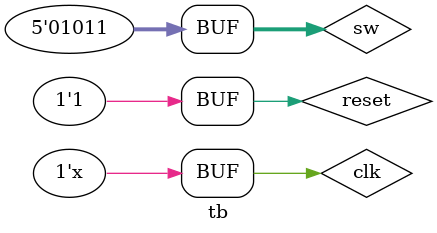
<source format=sv>
`timescale 1ns/1ps

module tb;

    // Inputs
    reg clk = 0;
    reg reset;
    reg [4:0] sw;

    // Outputs
    wire [6:0] HEX4;

    // Instantiate the module under test
    try dut (
        .clk(clk),
        .reset(reset),
        .sw(sw),
        .HEX4(HEX4)
    );


    always begin
        #10 clk = ~clk;
    end

    // Initial stimulus
    initial begin
        // Initialize inputs
		reset=0;
		#10;
		reset=1;

        sw = 5'b00000;

        // Apply some test vectors
        #10 sw = 5'b00001;  // Assuming this is a positive edge-triggered signal
        #10 sw = 5'b01101;
        #10 sw = 5'b01011;

    end

endmodule

</source>
